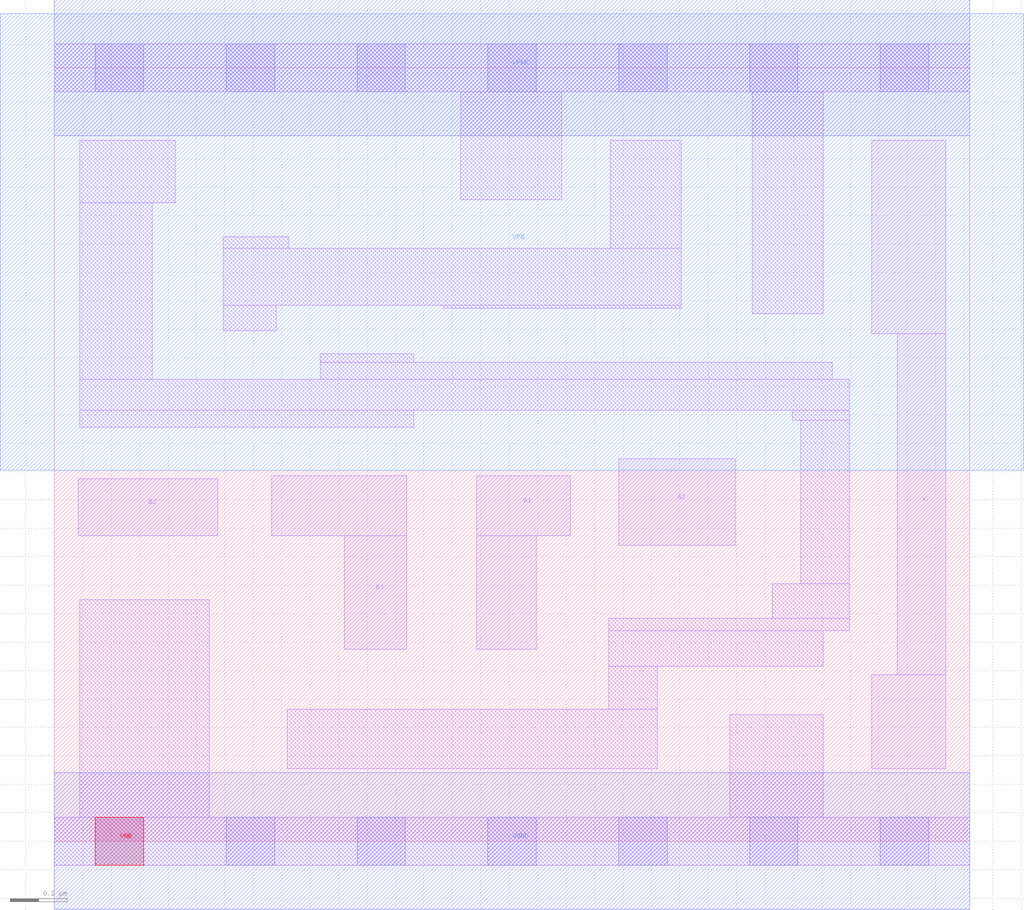
<source format=lef>
# Copyright 2020 The SkyWater PDK Authors
#
# Licensed under the Apache License, Version 2.0 (the "License");
# you may not use this file except in compliance with the License.
# You may obtain a copy of the License at
#
#     https://www.apache.org/licenses/LICENSE-2.0
#
# Unless required by applicable law or agreed to in writing, software
# distributed under the License is distributed on an "AS IS" BASIS,
# WITHOUT WARRANTIES OR CONDITIONS OF ANY KIND, either express or implied.
# See the License for the specific language governing permissions and
# limitations under the License.
#
# SPDX-License-Identifier: Apache-2.0

VERSION 5.7 ;
  NOWIREEXTENSIONATPIN ON ;
  DIVIDERCHAR "/" ;
  BUSBITCHARS "[]" ;
MACRO sky130_fd_sc_hd__a22o_1
  CLASS CORE ;
  FOREIGN sky130_fd_sc_hd__a22o_1 ;
  ORIGIN  0.000000  0.000000 ;
  SIZE  3.220000 BY  2.720000 ;
  SYMMETRY X Y R90 ;
  SITE unithd ;
  PIN A1
    ANTENNAGATEAREA  0.247500 ;
    DIRECTION INPUT ;
    USE SIGNAL ;
    PORT
      LAYER li1 ;
        RECT 1.485000 0.675000 1.695000 1.075000 ;
        RECT 1.485000 1.075000 1.815000 1.285000 ;
    END
  END A1
  PIN A2
    ANTENNAGATEAREA  0.247500 ;
    DIRECTION INPUT ;
    USE SIGNAL ;
    PORT
      LAYER li1 ;
        RECT 1.985000 1.040000 2.395000 1.345000 ;
    END
  END A2
  PIN B1
    ANTENNAGATEAREA  0.247500 ;
    DIRECTION INPUT ;
    USE SIGNAL ;
    PORT
      LAYER li1 ;
        RECT 0.765000 1.075000 1.240000 1.285000 ;
        RECT 1.020000 0.675000 1.240000 1.075000 ;
    END
  END B1
  PIN B2
    ANTENNAGATEAREA  0.247500 ;
    DIRECTION INPUT ;
    USE SIGNAL ;
    PORT
      LAYER li1 ;
        RECT 0.085000 1.075000 0.575000 1.275000 ;
    END
  END B2
  PIN VNB
    PORT
      LAYER pwell ;
        RECT 0.145000 -0.085000 0.315000 0.085000 ;
    END
  END VNB
  PIN VPB
    PORT
      LAYER nwell ;
        RECT -0.190000 1.305000 3.410000 2.910000 ;
    END
  END VPB
  PIN X
    ANTENNADIFFAREA  0.429000 ;
    DIRECTION OUTPUT ;
    USE SIGNAL ;
    PORT
      LAYER li1 ;
        RECT 2.875000 0.255000 3.135000 0.585000 ;
        RECT 2.875000 1.785000 3.135000 2.465000 ;
        RECT 2.965000 0.585000 3.135000 1.785000 ;
    END
  END X
  PIN VGND
    DIRECTION INOUT ;
    SHAPE ABUTMENT ;
    USE GROUND ;
    PORT
      LAYER met1 ;
        RECT 0.000000 -0.240000 3.220000 0.240000 ;
    END
  END VGND
  PIN VPWR
    DIRECTION INOUT ;
    SHAPE ABUTMENT ;
    USE POWER ;
    PORT
      LAYER met1 ;
        RECT 0.000000 2.480000 3.220000 2.960000 ;
    END
  END VPWR
  OBS
    LAYER li1 ;
      RECT 0.000000 -0.085000 3.220000 0.085000 ;
      RECT 0.000000  2.635000 3.220000 2.805000 ;
      RECT 0.090000  0.085000 0.545000 0.850000 ;
      RECT 0.090000  1.455000 1.265000 1.515000 ;
      RECT 0.090000  1.515000 2.795000 1.625000 ;
      RECT 0.090000  1.625000 0.345000 2.245000 ;
      RECT 0.090000  2.245000 0.425000 2.465000 ;
      RECT 0.595000  1.795000 0.780000 1.885000 ;
      RECT 0.595000  1.885000 2.205000 2.085000 ;
      RECT 0.595000  2.085000 0.825000 2.125000 ;
      RECT 0.820000  0.255000 2.120000 0.465000 ;
      RECT 0.935000  1.625000 2.735000 1.685000 ;
      RECT 0.935000  1.685000 1.265000 1.715000 ;
      RECT 1.370000  1.875000 2.205000 1.885000 ;
      RECT 1.430000  2.255000 1.785000 2.635000 ;
      RECT 1.950000  0.465000 2.120000 0.615000 ;
      RECT 1.950000  0.615000 2.705000 0.740000 ;
      RECT 1.950000  0.740000 2.795000 0.785000 ;
      RECT 1.955000  2.085000 2.205000 2.465000 ;
      RECT 2.375000  0.085000 2.705000 0.445000 ;
      RECT 2.455000  1.855000 2.705000 2.635000 ;
      RECT 2.525000  0.785000 2.795000 0.905000 ;
      RECT 2.595000  1.480000 2.795000 1.515000 ;
      RECT 2.625000  0.905000 2.795000 1.480000 ;
    LAYER mcon ;
      RECT 0.145000 -0.085000 0.315000 0.085000 ;
      RECT 0.145000  2.635000 0.315000 2.805000 ;
      RECT 0.605000 -0.085000 0.775000 0.085000 ;
      RECT 0.605000  2.635000 0.775000 2.805000 ;
      RECT 1.065000 -0.085000 1.235000 0.085000 ;
      RECT 1.065000  2.635000 1.235000 2.805000 ;
      RECT 1.525000 -0.085000 1.695000 0.085000 ;
      RECT 1.525000  2.635000 1.695000 2.805000 ;
      RECT 1.985000 -0.085000 2.155000 0.085000 ;
      RECT 1.985000  2.635000 2.155000 2.805000 ;
      RECT 2.445000 -0.085000 2.615000 0.085000 ;
      RECT 2.445000  2.635000 2.615000 2.805000 ;
      RECT 2.905000 -0.085000 3.075000 0.085000 ;
      RECT 2.905000  2.635000 3.075000 2.805000 ;
  END
END sky130_fd_sc_hd__a22o_1
END LIBRARY

</source>
